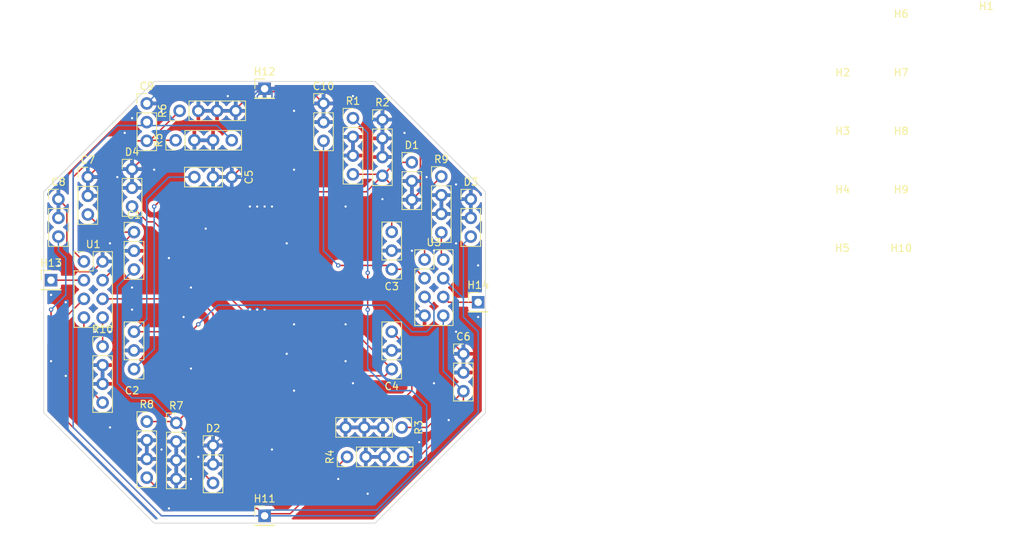
<source format=kicad_pcb>
(kicad_pcb (version 20240108) (generator "pcbnew") (generator_version "8.0")
  (layers (0 "F.Cu" signal) (31 "B.Cu" signal) (34 "B.Paste" user) (35 "F.Paste" user) (36 "B.SilkS" user "B.Silkscreen") (37 "F.SilkS" user "F.Silkscreen") (38 "B.Mask" user) (39 "F.Mask" user) (44 "Edge.Cuts" user))
  (net 0 "")
  (net 1 "GND")
  (net 2 "Net-(D1-K)")
  (net 3 "Net-(D1-A)")
  (footprint "MountingHole:MountingHole_3.2mm_M3" (layer "F.Cu") (at 228.5 43)
    (property "Reference" "H2" (at 0 -4.2 0) (layer "F.SilkS"))
    (property "Value" "MountingHole")
    (pad "" np_thru_hole circle (at 0 0) (size 3.2 3.2) (drill 3.2) (layers "*.Cu" "*.Mask"))
  )
  (footprint "MountingHole:MountingHole_3.2mm_M3" (layer "F.Cu") (at 228.45 66.85)
    (property "Reference" "H5" (at 0 -4.2 0) (layer "F.SilkS"))
    (property "Value" "MountingHole")
    (pad "" np_thru_hole circle (at 0 0) (size 3.2 3.2) (drill 3.2) (layers "*.Cu" "*.Mask"))
  )
  (footprint "Connector_PinHeader_2.54mm:PinHeader_1x04_P2.54mm_Vertical" (layer "F.Cu") (at 138.46 44 90)
    (property "Reference" "R6" (at 0 -2.33 -90) (layer "F.SilkS"))
    (property "Value" "R")
    (pad "1" thru_hole oval (at 0 0 90) (size 1.7 1.7) (drill 1) (layers "*.Cu" "*.Mask") (net 3 "Net-(D1-A)"))
    (pad "2" thru_hole oval (at 0 2.54 90) (size 1.7 1.7) (drill 1) (layers "*.Cu" "*.Mask") (net 1 "GND"))
    (pad "3" thru_hole oval (at 0 5.08 90) (size 1.7 1.7) (drill 1) (layers "*.Cu" "*.Mask") (net 1 "GND"))
    (pad "4" thru_hole oval (at 0 7.62 90) (size 1.7 1.7) (drill 1) (layers "*.Cu" "*.Mask") (net 1 "GND"))
  )
  (footprint "Connector_PinHeader_2.54mm:PinHeader_1x01_P2.54mm_Vertical" (layer "F.Cu") (at 150 41)
    (property "Reference" "H12" (at 0 -2.33 0) (layer "F.SilkS"))
    (property "Value" "MountingHole_Pad")
    (pad "1" thru_hole rect (at 0 0) (size 1.7 1.7) (drill 1) (layers "*.Cu" "*.Mask") (net 1 "GND"))
  )
  (footprint "Connector_PinHeader_2.54mm:PinHeader_1x04_P2.54mm_Vertical" (layer "F.Cu") (at 134 86.2)
    (property "Reference" "R8" (at 0 -2.33 0) (layer "F.SilkS"))
    (property "Value" "R")
    (pad "1" thru_hole oval (at 0 0) (size 1.7 1.7) (drill 1) (layers "*.Cu" "*.Mask") (net 3 "Net-(D1-A)"))
    (pad "2" thru_hole oval (at 0 2.54) (size 1.7 1.7) (drill 1) (layers "*.Cu" "*.Mask") (net 1 "GND"))
    (pad "3" thru_hole oval (at 0 5.08) (size 1.7 1.7) (drill 1) (layers "*.Cu" "*.Mask") (net 1 "GND"))
    (pad "4" thru_hole oval (at 0 7.62) (size 1.7 1.7) (drill 1) (layers "*.Cu" "*.Mask") (net 2 "Net-(D1-K)"))
  )
  (footprint "Connector_PinHeader_2.54mm:PinHeader_1x04_P2.54mm_Vertical" (layer "F.Cu") (at 161.2 91 90)
    (property "Reference" "R4" (at 0 -2.33 -90) (layer "F.SilkS"))
    (property "Value" "R")
    (pad "1" thru_hole oval (at 0 0 90) (size 1.7 1.7) (drill 1) (layers "*.Cu" "*.Mask") (net 3 "Net-(D1-A)"))
    (pad "2" thru_hole oval (at 0 2.54 90) (size 1.7 1.7) (drill 1) (layers "*.Cu" "*.Mask") (net 1 "GND"))
    (pad "3" thru_hole oval (at 0 5.08 90) (size 1.7 1.7) (drill 1) (layers "*.Cu" "*.Mask") (net 1 "GND"))
    (pad "4" thru_hole oval (at 0 7.62 90) (size 1.7 1.7) (drill 1) (layers "*.Cu" "*.Mask") (net 3 "Net-(D1-A)"))
  )
  (footprint "Connector_PinHeader_2.54mm:PinHeader_1x03_P2.54mm_Vertical" (layer "F.Cu") (at 170 51)
    (property "Reference" "D1" (at 0 -2.33 0) (layer "F.SilkS"))
    (property "Value" "D_Photo")
    (pad "1" thru_hole oval (at 0 0) (size 1.7 1.7) (drill 1) (layers "*.Cu" "*.Mask") (net 3 "Net-(D1-A)"))
    (pad "2" thru_hole oval (at 0 2.54) (size 1.7 1.7) (drill 1) (layers "*.Cu" "*.Mask") (net 1 "GND"))
    (pad "3" thru_hole oval (at 0 5.08) (size 1.7 1.7) (drill 1) (layers "*.Cu" "*.Mask") (net 1 "GND"))
  )
  (footprint "MountingHole:MountingHole_3.2mm_M3" (layer "F.Cu") (at 236.45 35.05)
    (property "Reference" "H6" (at 0 -4.2 0) (layer "F.SilkS"))
    (property "Value" "MountingHole")
    (pad "" np_thru_hole circle (at 0 0) (size 3.2 3.2) (drill 3.2) (layers "*.Cu" "*.Mask"))
  )
  (footprint "Connector_PinHeader_2.54mm:PinHeader_1x03_P2.54mm_Vertical" (layer "F.Cu") (at 178 56)
    (property "Reference" "D3" (at 0 -2.33 0) (layer "F.SilkS"))
    (property "Value" "D_Photo")
    (pad "1" thru_hole oval (at 0 0) (size 1.7 1.7) (drill 1) (layers "*.Cu" "*.Mask") (net 1 "GND"))
    (pad "2" thru_hole oval (at 0 2.54) (size 1.7 1.7) (drill 1) (layers "*.Cu" "*.Mask") (net 1 "GND"))
    (pad "3" thru_hole oval (at 0 5.08) (size 1.7 1.7) (drill 1) (layers "*.Cu" "*.Mask") (net 3 "Net-(D1-A)"))
  )
  (footprint "Connector_PinHeader_2.54mm:PinHeader_1x03_P2.54mm_Vertical" (layer "F.Cu") (at 167.265 65.525 180)
    (property "Reference" "C3" (at 0 -2.33 180) (layer "F.SilkS"))
    (property "Value" "C")
    (pad "1" thru_hole oval (at 0 0 180) (size 1.7 1.7) (drill 1) (layers "*.Cu" "*.Mask") (net 3 "Net-(D1-A)"))
    (pad "2" thru_hole oval (at 0 2.54 180) (size 1.7 1.7) (drill 1) (layers "*.Cu" "*.Mask") (net 1 "GND"))
    (pad "3" thru_hole oval (at 0 5.08 180) (size 1.7 1.7) (drill 1) (layers "*.Cu" "*.Mask") (net 3 "Net-(D1-A)"))
  )
  (footprint "Connector_PinHeader_2.54mm:PinHeader_1x04_P2.54mm_Vertical" (layer "F.Cu") (at 128 76)
    (property "Reference" "R10" (at 0 -2.33 0) (layer "F.SilkS"))
    (property "Value" "R")
    (pad "1" thru_hole oval (at 0 0) (size 1.7 1.7) (drill 1) (layers "*.Cu" "*.Mask") (net 3 "Net-(D1-A)"))
    (pad "2" thru_hole oval (at 0 2.54) (size 1.7 1.7) (drill 1) (layers "*.Cu" "*.Mask") (net 1 "GND"))
    (pad "3" thru_hole oval (at 0 5.08) (size 1.7 1.7) (drill 1) (layers "*.Cu" "*.Mask") (net 1 "GND"))
    (pad "4" thru_hole oval (at 0 7.62) (size 1.7 1.7) (drill 1) (layers "*.Cu" "*.Mask") (net 3 "Net-(D1-A)"))
  )
  (footprint "Connector_PinHeader_2.54mm:PinHeader_1x04_P2.54mm_Vertical" (layer "F.Cu") (at 162 45)
    (property "Reference" "R1" (at 0 -2.33 0) (layer "F.SilkS"))
    (property "Value" "R")
    (pad "1" thru_hole oval (at 0 0) (size 1.7 1.7) (drill 1) (layers "*.Cu" "*.Mask") (net 3 "Net-(D1-A)"))
    (pad "2" thru_hole oval (at 0 2.54) (size 1.7 1.7) (drill 1) (layers "*.Cu" "*.Mask") (net 1 "GND"))
    (pad "3" thru_hole oval (at 0 5.08) (size 1.7 1.7) (drill 1) (layers "*.Cu" "*.Mask") (net 1 "GND"))
    (pad "4" thru_hole oval (at 0 7.62) (size 1.7 1.7) (drill 1) (layers "*.Cu" "*.Mask") (net 3 "Net-(D1-A)"))
  )
  (footprint "Connector_PinHeader_2.54mm:PinHeader_2x04_P2.54mm_Vertical" (layer "F.Cu") (at 125.46 64.46)
    (property "Reference" "U1" (at 1.27 -2.33 0) (layer "F.SilkS"))
    (property "Value" "AD623ARZ")
    (pad "1" thru_hole oval (at 0 0) (size 1.7 1.7) (drill 1) (layers "*.Cu" "*.Mask") (net 3 "Net-(D1-A)"))
    (pad "2" thru_hole oval (at 2.54 0) (size 1.7 1.7) (drill 1) (layers "*.Cu" "*.Mask") (net 1 "GND"))
    (pad "3" thru_hole oval (at 0 2.54) (size 1.7 1.7) (drill 1) (layers "*.Cu" "*.Mask") (net 3 "Net-(D1-A)"))
    (pad "4" thru_hole oval (at 2.54 2.54) (size 1.7 1.7) (drill 1) (layers "*.Cu" "*.Mask"))
    (pad "5" thru_hole oval (at 0 5.08) (size 1.7 1.7) (drill 1) (layers "*.Cu" "*.Mask") (net 3 "Net-(D1-A)"))
    (pad "6" thru_hole oval (at 2.54 5.08) (size 1.7 1.7) (drill 1) (layers "*.Cu" "*.Mask") (net 3 "Net-(D1-A)"))
    (pad "7" thru_hole oval (at 0 7.62) (size 1.7 1.7) (drill 1) (layers "*.Cu" "*.Mask") (net 3 "Net-(D1-A)"))
    (pad "8" thru_hole oval (at 2.54 7.62) (size 1.7 1.7) (drill 1) (layers "*.Cu" "*.Mask") (net 3 "Net-(D1-A)"))
  )
  (footprint "MountingHole:MountingHole_3.2mm_M3" (layer "F.Cu") (at 236.45 43)
    (property "Reference" "H7" (at 0 -4.2 0) (layer "F.SilkS"))
    (property "Value" "MountingHole")
    (pad "" np_thru_hole circle (at 0 0) (size 3.2 3.2) (drill 3.2) (layers "*.Cu" "*.Mask"))
  )
  (footprint "MountingHole:MountingHole_3.2mm_M3" (layer "F.Cu") (at 236.45 66.85)
    (property "Reference" "H10" (at 0 -4.2 0) (layer "F.SilkS"))
    (property "Value" "MountingHole")
    (pad "" np_thru_hole circle (at 0 0) (size 3.2 3.2) (drill 3.2) (layers "*.Cu" "*.Mask"))
  )
  (footprint "Connector_PinHeader_2.54mm:PinHeader_1x01_P2.54mm_Vertical" (layer "F.Cu") (at 150 99)
    (property "Reference" "H11" (at 0 -2.33 0) (layer "F.SilkS"))
    (property "Value" "MountingHole_Pad")
    (pad "1" thru_hole rect (at 0 0) (size 1.7 1.7) (drill 1) (layers "*.Cu" "*.Mask") (net 3 "Net-(D1-A)"))
  )
  (footprint "Connector_PinHeader_2.54mm:PinHeader_1x03_P2.54mm_Vertical" (layer "F.Cu") (at 122 56)
    (property "Reference" "C8" (at 0 -2.33 0) (layer "F.SilkS"))
    (property "Value" "C")
    (pad "1" thru_hole oval (at 0 0) (size 1.7 1.7) (drill 1) (layers "*.Cu" "*.Mask") (net 1 "GND"))
    (pad "2" thru_hole oval (at 0 2.54) (size 1.7 1.7) (drill 1) (layers "*.Cu" "*.Mask") (net 1 "GND"))
    (pad "3" thru_hole oval (at 0 5.08) (size 1.7 1.7) (drill 1) (layers "*.Cu" "*.Mask") (net 3 "Net-(D1-A)"))
  )
  (footprint "Connector_PinHeader_2.54mm:PinHeader_1x03_P2.54mm_Vertical" (layer "F.Cu") (at 158 43)
    (property "Reference" "C10" (at 0 -2.33 0) (layer "F.SilkS"))
    (property "Value" "C")
    (pad "1" thru_hole oval (at 0 0) (size 1.7 1.7) (drill 1) (layers "*.Cu" "*.Mask") (net 1 "GND"))
    (pad "2" thru_hole oval (at 0 2.54) (size 1.7 1.7) (drill 1) (layers "*.Cu" "*.Mask") (net 1 "GND"))
    (pad "3" thru_hole oval (at 0 5.08) (size 1.7 1.7) (drill 1) (layers "*.Cu" "*.Mask") (net 3 "Net-(D1-A)"))
  )
  (footprint "MountingHole:MountingHole_3.2mm_M3" (layer "F.Cu") (at 228.5 58.9)
    (property "Reference" "H4" (at 0 -4.2 0) (layer "F.SilkS"))
    (property "Value" "MountingHole")
    (pad "" np_thru_hole circle (at 0 0) (size 3.2 3.2) (drill 3.2) (layers "*.Cu" "*.Mask"))
  )
  (footprint "Connector_PinHeader_2.54mm:PinHeader_1x04_P2.54mm_Vertical" (layer "F.Cu") (at 174 52.92)
    (property "Reference" "R9" (at 0 -2.33 0) (layer "F.SilkS"))
    (property "Value" "R")
    (pad "1" thru_hole oval (at 0 0) (size 1.7 1.7) (drill 1) (layers "*.Cu" "*.Mask") (net 3 "Net-(D1-A)"))
    (pad "2" thru_hole oval (at 0 2.54) (size 1.7 1.7) (drill 1) (layers "*.Cu" "*.Mask") (net 1 "GND"))
    (pad "3" thru_hole oval (at 0 5.08) (size 1.7 1.7) (drill 1) (layers "*.Cu" "*.Mask") (net 1 "GND"))
    (pad "4" thru_hole oval (at 0 7.62) (size 1.7 1.7) (drill 1) (layers "*.Cu" "*.Mask") (net 3 "Net-(D1-A)"))
  )
  (footprint "MountingHole:MountingHole_3.2mm_M3" (layer "F.Cu") (at 236.45 50.95)
    (property "Reference" "H8" (at 0 -4.2 0) (layer "F.SilkS"))
    (property "Value" "MountingHole")
    (pad "" np_thru_hole circle (at 0 0) (size 3.2 3.2) (drill 3.2) (layers "*.Cu" "*.Mask"))
  )
  (footprint "MountingHole:MountingHole_3.2mm_M3" (layer "F.Cu") (at 236.45 58.9)
    (property "Reference" "H9" (at 0 -4.2 0) (layer "F.SilkS"))
    (property "Value" "MountingHole")
    (pad "" np_thru_hole circle (at 0 0) (size 3.2 3.2) (drill 3.2) (layers "*.Cu" "*.Mask"))
  )
  (footprint "Connector_PinHeader_2.54mm:PinHeader_1x03_P2.54mm_Vertical" (layer "F.Cu") (at 134 43)
    (property "Reference" "C9" (at 0 -2.33 0) (layer "F.SilkS"))
    (property "Value" "C")
    (pad "1" thru_hole oval (at 0 0) (size 1.7 1.7) (drill 1) (layers "*.Cu" "*.Mask") (net 1 "GND"))
    (pad "2" thru_hole oval (at 0 2.54) (size 1.7 1.7) (drill 1) (layers "*.Cu" "*.Mask") (net 3 "Net-(D1-A)"))
    (pad "3" thru_hole oval (at 0 5.08) (size 1.7 1.7) (drill 1) (layers "*.Cu" "*.Mask") (net 3 "Net-(D1-A)"))
  )
  (footprint "Connector_PinHeader_2.54mm:PinHeader_1x03_P2.54mm_Vertical" (layer "F.Cu") (at 126 53)
    (property "Reference" "C7" (at 0 -2.33 0) (layer "F.SilkS"))
    (property "Value" "C")
    (pad "1" thru_hole oval (at 0 0) (size 1.7 1.7) (drill 1) (layers "*.Cu" "*.Mask") (net 1 "GND"))
    (pad "2" thru_hole oval (at 0 2.54) (size 1.7 1.7) (drill 1) (layers "*.Cu" "*.Mask") (net 1 "GND"))
    (pad "3" thru_hole oval (at 0 5.08) (size 1.7 1.7) (drill 1) (layers "*.Cu" "*.Mask") (net 3 "Net-(D1-A)"))
  )
  (footprint "Connector_PinHeader_2.54mm:PinHeader_1x01_P2.54mm_Vertical" (layer "F.Cu") (at 121 67)
    (property "Reference" "H13" (at 0 -2.33 0) (layer "F.SilkS"))
    (property "Value" "MountingHole_Pad")
    (pad "1" thru_hole rect (at 0 0) (size 1.7 1.7) (drill 1) (layers "*.Cu" "*.Mask") (net 3 "Net-(D1-A)"))
  )
  (footprint "Connector_PinHeader_2.54mm:PinHeader_1x03_P2.54mm_Vertical" (layer "F.Cu") (at 143 89.46)
    (property "Reference" "D2" (at 0 -2.33 0) (layer "F.SilkS"))
    (property "Value" "D_Photo")
    (pad "1" thru_hole oval (at 0 0) (size 1.7 1.7) (drill 1) (layers "*.Cu" "*.Mask") (net 1 "GND"))
    (pad "2" thru_hole oval (at 0 2.54) (size 1.7 1.7) (drill 1) (layers "*.Cu" "*.Mask") (net 1 "GND"))
    (pad "3" thru_hole oval (at 0 5.08) (size 1.7 1.7) (drill 1) (layers "*.Cu" "*.Mask") (net 3 "Net-(D1-A)"))
  )
  (footprint "Connector_PinHeader_2.54mm:PinHeader_1x03_P2.54mm_Vertical" (layer "F.Cu") (at 167.265 79.08 180)
    (property "Reference" "C4" (at 0 -2.33 180) (layer "F.SilkS"))
    (property "Value" "C")
    (pad "1" thru_hole oval (at 0 0 180) (size 1.7 1.7) (drill 1) (layers "*.Cu" "*.Mask") (net 3 "Net-(D1-A)"))
    (pad "2" thru_hole oval (at 0 2.54 180) (size 1.7 1.7) (drill 1) (layers "*.Cu" "*.Mask") (net 1 "GND"))
    (pad "3" thru_hole oval (at 0 5.08 180) (size 1.7 1.7) (drill 1) (layers "*.Cu" "*.Mask") (net 3 "Net-(D1-A)"))
  )
  (footprint "Connector_PinHeader_2.54mm:PinHeader_1x04_P2.54mm_Vertical" (layer "F.Cu") (at 168.62 87 -90)
    (property "Reference" "R3" (at 0 -2.33 90) (layer "F.SilkS"))
    (property "Value" "R" (hide yes))
    (pad "1" thru_hole oval (at 0 0 270) (size 1.7 1.7) (drill 1) (layers "*.Cu" "*.Mask") (net 3 "Net-(D1-A)"))
    (pad "2" thru_hole oval (at 0 2.54 270) (size 1.7 1.7) (drill 1) (layers "*.Cu" "*.Mask") (net 1 "GND"))
    (pad "3" thru_hole oval (at 0 5.08 270) (size 1.7 1.7) (drill 1) (layers "*.Cu" "*.Mask") (net 1 "GND"))
    (pad "4" thru_hole oval (at 0 7.62 270) (size 1.7 1.7) (drill 1) (layers "*.Cu" "*.Mask") (net 1 "GND"))
  )
  (footprint "Connector_PinHeader_2.54mm:PinHeader_1x03_P2.54mm_Vertical" (layer "F.Cu") (at 177 77)
    (property "Reference" "C6" (at 0 -2.33 0) (layer "F.SilkS"))
    (property "Value" "C")
    (pad "1" thru_hole oval (at 0 0) (size 1.7 1.7) (drill 1) (layers "*.Cu" "*.Mask") (net 1 "GND"))
    (pad "2" thru_hole oval (at 0 2.54) (size 1.7 1.7) (drill 1) (layers "*.Cu" "*.Mask") (net 1 "GND"))
    (pad "3" thru_hole oval (at 0 5.08) (size 1.7 1.7) (drill 1) (layers "*.Cu" "*.Mask") (net 3 "Net-(D1-A)"))
  )
  (footprint "Connector_PinHeader_2.54mm:PinHeader_1x01_P2.54mm_Vertical" (layer "F.Cu") (at 179 70)
    (property "Reference" "H14" (at 0 -2.33 0) (layer "F.SilkS"))
    (property "Value" "MountingHole_Pad")
    (pad "1" thru_hole rect (at 0 0) (size 1.7 1.7) (drill 1) (layers "*.Cu" "*.Mask") (net 3 "Net-(D1-A)"))
  )
  (footprint "Connector_PinHeader_2.54mm:PinHeader_2x04_P2.54mm_Vertical" (layer "F.Cu") (at 171.725 64.2)
    (property "Reference" "U3" (at 1.27 -2.33 0) (layer "F.SilkS"))
    (property "Value" "AD623ARZ")
    (pad "1" thru_hole oval (at 0 0) (size 1.7 1.7) (drill 1) (layers "*.Cu" "*.Mask") (net 3 "Net-(D1-A)"))
    (pad "2" thru_hole oval (at 2.54 0) (size 1.7 1.7) (drill 1) (layers "*.Cu" "*.Mask") (net 3 "Net-(D1-A)"))
    (pad "3" thru_hole oval (at 0 2.54) (size 1.7 1.7) (drill 1) (layers "*.Cu" "*.Mask") (net 3 "Net-(D1-A)"))
    (pad "4" thru_hole oval (at 2.54 2.54) (size 1.7 1.7) (drill 1) (layers "*.Cu" "*.Mask") (net 3 "Net-(D1-A)"))
    (pad "5" thru_hole oval (at 0 5.08) (size 1.7 1.7) (drill 1) (layers "*.Cu" "*.Mask") (net 3 "Net-(D1-A)"))
    (pad "6" thru_hole oval (at 2.54 5.08) (size 1.7 1.7) (drill 1) (layers "*.Cu" "*.Mask") (net 3 "Net-(D1-A)"))
    (pad "7" thru_hole oval (at 0 7.62) (size 1.7 1.7) (drill 1) (layers "*.Cu" "*.Mask") (net 1 "GND"))
    (pad "8" thru_hole oval (at 2.54 7.62) (size 1.7 1.7) (drill 1) (layers "*.Cu" "*.Mask") (net 3 "Net-(D1-A)"))
  )
  (footprint "Connector_PinHeader_2.54mm:PinHeader_1x04_P2.54mm_Vertical" (layer "F.Cu") (at 137.92 48 90)
    (property "Reference" "R5" (at 0 -2.33 -90) (layer "F.SilkS"))
    (property "Value" "R")
    (pad "1" thru_hole oval (at 0 0 90) (size 1.7 1.7) (drill 1) (layers "*.Cu" "*.Mask") (net 3 "Net-(D1-A)"))
    (pad "2" thru_hole oval (at 0 2.54 90) (size 1.7 1.7) (drill 1) (layers "*.Cu" "*.Mask") (net 1 "GND"))
    (pad "3" thru_hole oval (at 0 5.08 90) (size 1.7 1.7) (drill 1) (layers "*.Cu" "*.Mask") (net 1 "GND"))
    (pad "4" thru_hole oval (at 0 7.62 90) (size 1.7 1.7) (drill 1) (layers "*.Cu" "*.Mask") (net 3 "Net-(D1-A)"))
  )
  (footprint "Connector_PinHeader_2.54mm:PinHeader_1x04_P2.54mm_Vertical" (layer "F.Cu") (at 138 86.38)
    (property "Reference" "R7" (at 0 -2.33 0) (layer "F.SilkS"))
    (property "Value" "R")
    (pad "1" thru_hole oval (at 0 0) (size 1.7 1.7) (drill 1) (layers "*.Cu" "*.Mask" "B.Paste") (net 3 "Net-(D1-A)"))
    (pad "2" thru_hole oval (at 0 2.54) (size 1.7 1.7) (drill 1) (layers "*.Cu" "*.Mask") (net 1 "GND"))
    (pad "3" thru_hole oval (at 0 5.08) (size 1.7 1.7) (drill 1) (layers "*.Cu" "*.Mask") (net 1 "GND"))
    (pad "4" thru_hole oval (at 0 7.62) (size 1.7 1.7) (drill 1) (layers "*.Cu" "*.Mask") (net 1 "GND"))
  )
  (footprint "Connector_PinHeader_2.54mm:PinHeader_1x04_P2.54mm_Vertical" (layer "F.Cu") (at 166 45.2)
    (property "Reference" "R2" (at 0 -2.33 0) (layer "F.SilkS"))
    (property "Value" "R")
    (pad "1" thru_hole oval (at 0 0) (size 1.7 1.7) (drill 1) (layers "*.Cu" "*.Mask") (net 1 "GND"))
    (pad "2" thru_hole oval (at 0 2.54) (size 1.7 1.7) (drill 1) (layers "*.Cu" "*.Mask") (net 1 "GND"))
    (pad "3" thru_hole oval (at 0 5.08) (size 1.7 1.7) (drill 1) (layers "*.Cu" "*.Mask") (net 1 "GND"))
    (pad "4" thru_hole oval (at 0 7.62) (size 1.7 1.7) (drill 1) (layers "*.Cu" "*.Mask") (net 3 "Net-(D1-A)"))
  )
  (footprint "MountingHole:MountingHole_3.2mm_M3" (layer "F.Cu") (at 248 34)
    (property "Reference" "H1" (at 0 -4.2 0) (layer "F.SilkS"))
    (property "Value" "MountingHole")
    (pad "" np_thru_hole circle (at 0 0) (size 3.2 3.2) (drill 3.2) (layers "F&B.Cu" "*.Mask"))
  )
  (footprint "Connector_PinHeader_2.54mm:PinHeader_1x03_P2.54mm_Vertical" (layer "F.Cu") (at 145.54 53 -90)
    (property "Reference" "C5" (at 0 -2.33 90) (layer "F.SilkS"))
    (property "Value" "C" (hide yes))
    (pad "1" thru_hole oval (at 0 0 270) (size 1.7 1.7) (drill 1) (layers "*.Cu" "*.Mask") (net 1 "GND"))
    (pad "2" thru_hole oval (at 0 2.54 270) (size 1.7 1.7) (drill 1) (layers "*.Cu" "*.Mask") (net 1 "GND"))
    (pad "3" thru_hole oval (at 0 5.08 270) (size 1.7 1.7) (drill 1) (layers "*.Cu" "*.Mask") (net 3 "Net-(D1-A)"))
  )
  (footprint "Connector_PinHeader_2.54mm:PinHeader_1x03_P2.54mm_Vertical" (layer "F.Cu") (at 132.265 60.475)
    (property "Reference" "C1" (at 0 -2.33 0) (layer "F.SilkS"))
    (property "Value" "C")
    (pad "1" thru_hole oval (at 0 0) (size 1.7 1.7) (drill 1) (layers "*.Cu" "*.Mask") (net 3 "Net-(D1-A)"))
    (pad "2" thru_hole oval (at 0 2.54) (size 1.7 1.7) (drill 1) (layers "*.Cu" "*.Mask") (net 1 "GND"))
    (pad "3" thru_hole oval (at 0 5.08) (size 1.7 1.7) (drill 1) (layers "*.Cu" "*.Mask") (net 3 "Net-(D1-A)"))
  )
  (footprint "MountingHole:MountingHole_3.2mm_M3" (layer "F.Cu") (at 228.5 50.95)
    (property "Reference" "H3" (at 0 -4.2 0) (layer "F.SilkS"))
    (property "Value" "MountingHole")
    (pad "" np_thru_hole circle (at 0 0) (size 3.2 3.2) (drill 3.2) (layers "*.Cu" "*.Mask"))
  )
  (footprint "Connector_PinHeader_2.54mm:PinHeader_1x03_P2.54mm_Vertical" (layer "F.Cu") (at 132 51.92)
    (property "Reference" "D4" (at 0 -2.33 0) (layer "F.SilkS"))
    (property "Value" "D_Photo")
    (pad "1" thru_hole oval (at 0 0) (size 1.7 1.7) (drill 1) (layers "*.Cu" "*.Mask") (net 1 "GND"))
    (pad "2" thru_hole oval (at 0 2.54) (size 1.7 1.7) (drill 1) (layers "*.Cu" "*.Mask") (net 1 "GND"))
    (pad "3" thru_hole oval (at 0 5.08) (size 1.7 1.7) (drill 1) (layers "*.Cu" "*.Mask") (net 3 "Net-(D1-A)"))
  )
  (footprint "Connector_PinHeader_2.54mm:PinHeader_1x03_P2.54mm_Vertical" (layer "F.Cu") (at 132.265 79.08 180)
    (property "Reference" "C2" (at 0.265 -2.92 180) (layer "F.SilkS"))
    (property "Value" "C")
    (pad "1" thru_hole oval (at 0 0 180) (size 1.7 1.7) (drill 1) (layers "*.Cu" "*.Mask") (net 3 "Net-(D1-A)"))
    (pad "2" thru_hole oval (at 0 2.54 180) (size 1.7 1.7) (drill 1) (layers "*.Cu" "*.Mask") (net 1 "GND"))
    (pad "3" thru_hole oval (at 0 5.08 180) (size 1.7 1.7) (drill 1) (layers "*.Cu" "*.Mask") (net 3 "Net-(D1-A)"))
  )
  (gr_line (start 180 85) (end 165 100) (stroke (width 0.1)) (layer "Edge.Cuts"))
  (gr_line (start 165 100) (end 135 100) (stroke (width 0.1)) (layer "Edge.Cuts"))
  (gr_line (start 120 55) (end 135 40) (stroke (width 0.1)) (layer "Edge.Cuts"))
  (gr_line (start 120 85) (end 120 55) (stroke (width 0.1)) (layer "Edge.Cuts"))
  (gr_line (start 165 40) (end 180 55) (stroke (width 0.1)) (layer "Edge.Cuts"))
  (gr_line (start 180 55) (end 180 85) (stroke (width 0.1)) (layer "Edge.Cuts"))
  (gr_line (start 135 100) (end 120 85) (stroke (width 0.1)) (layer "Edge.Cuts"))
  (gr_line (start 135 40) (end 165 40) (stroke (width 0.1)) (layer "Edge.Cuts"))
  (via (at 164 71) (size 0.6) (drill 0.3) (layers "F.Cu" "B.Cu") (net 0))
  (via (at 164 66) (size 0.6) (drill 0.3) (layers "F.Cu" "B.Cu") (net 0))
  (via (at 121 71) (size 0.6) (drill 0.3) (layers "F.Cu" "B.Cu") (net 0))
  (segment (start 158 43) (end 156.4 41.4) (width 0.2) (layer "F.Cu") (net 1))
  (segment (start 149 42) (end 150 41) (width 0.2) (layer "F.Cu") (net 1))
  (segment (start 161.2 87.365686) (end 161.282843 87.282843) (width 0.2) (layer "F.Cu") (net 1))
  (segment (start 164 41) (end 150.565685 41) (width 0.2) (layer "F.Cu") (net 1))
  (segment (start 169 72) (end 171 74) (width 0.2) (layer "F.Cu") (net 1))
  (segment (start 174 74) (end 177 77) (width 0.2) (layer "F.Cu") (net 1))
  (segment (start 150 48.54) (end 150 41.565685) (width 0.2) (layer "F.Cu") (net 1))
  (segment (start 146.08 43.788628) (end 149.434314 40.434314) (width 0.2) (layer "F.Cu") (net 1))
  (segment (start 166 45.2) (end 166 43) (width 0.2) (layer "F.Cu") (net 1))
  (segment (start 150.565685 41) (end 150.282842 40.717157) (width 0.2) (layer "F.Cu") (net 1))
  (segment (start 151 57) (end 151 71) (width 0.2) (layer "F.Cu") (net 1))
  (segment (start 146 51) (end 149 48) (width 0.2) (layer "F.Cu") (net 1))
  (segment (start 146.08 44) (end 146.08 43.788628) (width 0.2) (layer "F.Cu") (net 1))
  (segment (start 148 48) (end 146 50) (width 0.2) (layer "F.Cu") (net 1))
  (segment (start 171.15 47.15) (end 165 41) (width 0.2) (layer "F.Cu") (net 1))
  (segment (start 148 57) (end 148 71) (width 0.2) (layer "F.Cu") (net 1))
  (segment (start 123.15 57.15) (end 123.15 64.15) (width 0.2) (layer "F.Cu") (net 1))
  (segment (start 126.15 65.85) (end 126.54 65.46) (width 0.2) (layer "F.Cu") (net 1))
  (segment (start 126 53) (end 129 50) (width 0.2) (layer "F.Cu") (net 1))
  (segment (start 171.15 54.93) (end 171.15 47.15) (width 0.2) (layer "F.Cu") (net 1))
  (segment (start 148 42.434314) (end 148 48) (width 0.2) (layer "F.Cu") (net 1))
  (segment (start 171 74) (end 174 74) (width 0.2) (layer "F.Cu") (net 1))
  (segment (start 146 50) (end 129 50) (width 0.2) (layer "F.Cu") (net 1))
  (segment (start 123.15 64.15) (end 124.85 65.85) (width 0.2) (layer "F.Cu") (net 1))
  (segment (start 151 71) (end 152 72) (width 0.2) (layer "F.Cu") (net 1))
  (segment (start 127 65.46) (end 128 64.46) (width 0.2) (layer "F.Cu") (net 1))
  (segment (start 165 41) (end 150 41) (width 0.2) (layer "F.Cu") (net 1))
  (segment (start 149.717157 40.717157) (end 148 42.434314) (width 0.2) (layer "F.Cu") (net 1))
  (segment (start 126.54 65.46) (end 127 65.46) (width 0.2) (layer "F.Cu") (net 1))
  (segment (start 122 56) (end 123.15 57.15) (width 0.2) (layer "F.Cu") (net 1))
  (segment (start 166 43) (end 164 41) (width 0.2) (layer "F.Cu") (net 1))
  (segment (start 149 48) (end 149 42) (width 0.2) (layer "F.Cu") (net 1))
  (segment (start 156.4 41.4) (end 150.682843 41.4) (width 0.2) (layer "F.Cu") (net 1))
  (segment (start 149 57) (end 149 71) (width 0.2) (layer "F.Cu") (net 1))
  (segment (start 150 41.565685) (end 150.282843 41.282842) (width 0.2) (layer "F.Cu") (net 1))
  (segment (start 124.85 65.85) (end 126.15 65.85) (width 0.2) (layer "F.Cu") (net 1))
  (segment (start 145.54 53) (end 150 48.54) (width 0.2) (layer "F.Cu") (net 1))
  (segment (start 132 51.92) (end 132.92 51) (width 0.2) (layer "F.Cu") (net 1))
  (segment (start 152 72) (end 169 72) (width 0.2) (layer "F.Cu") (net 1))
  (segment (start 170 56.08) (end 171.15 54.93) (width 0.2) (layer "F.Cu") (net 1))
  (segment (start 150 57) (end 150 71) (width 0.2) (layer "F.Cu") (net 1))
  (segment (start 132.92 51) (end 146 51) (width 0.2) (layer "F.Cu") (net 1))
  (via (at 161 78) (size 0.6) (drill 0.3) (layers "F.Cu" "B.Cu") (net 1))
  (via (at 129 87) (size 0.6) (drill 0.3) (layers "F.Cu" "B.Cu") (net 1))
  (via (at 154 82) (size 0.6) (drill 0.3) (layers "F.Cu" "B.Cu") (net 1))
  (via (at 137 98) (size 0.6) (drill 0.3) (layers "F.Cu" "B.Cu") (net 1))
  (via (at 123 70) (size 0.6) (drill 0.3) (layers "F.Cu" "B.Cu") (net 1))
  (via (at 173 81) (size 0.6) (drill 0.3) (layers "F.Cu" "B.Cu") (net 1))
  (via (at 142 60) (size 0.6) (drill 0.3) (layers "F.Cu" "B.Cu") (net 1))
  (via (at 136 44) (size 0.6) (drill 0.3) (layers "F.Cu" "B.Cu") (net 1))
  (via (at 123 80) (size 0.6) (drill 0.3) (layers "F.Cu" "B.Cu") (net 1))
  (via (at 153 62) (size 0.6) (drill 0.3) (layers "F.Cu" "B.Cu") (net 1))
  (via (at 166 56) (size 0.6) (drill 0.3) (layers "F.Cu" "B.Cu") (net 1))
  (via (at 161 57) (size 0.6) (drill 0.3) (layers "F.Cu" "B.Cu") (net 1))
  (via (at 176 74) (size 0.6) (drill 0.3) (layers "F.Cu" "B.Cu") (net 1))
  (via (at 130 53) (size 0.6) (drill 0.3) (layers "F.Cu" "B.Cu") (net 1))
  (via (at 150 71) (size 0.6) (drill 0.3) (layers "F.Cu" "B.Cu") (net 1))
  (via (at 179 72) (size 0.6) (drill 0.3) (layers "F.Cu" "B.Cu") (net 1))
  (via (at 149 57) (size 0.6) (drill 0.3) (layers "F.Cu" "B.Cu") (net 1))
  (via (at 149 71) (size 0.6) (drill 0.3) (layers "F.Cu" "B.Cu") (net 1))
  (via (at 129 62) (size 0.6) (drill 0.3) (layers "F.Cu" "B.Cu") (net 1))
  (via (at 175 86) (size 0.6) (drill 0.3) (layers "F.Cu" "B.Cu") (net 1))
  (via (at 141 91) (size 0.6) (drill 0.3) (layers "F.Cu" "B.Cu") (net 1))
  (via (at 139 72) (size 0.6) (drill 0.3) (layers "F.Cu" "B.Cu") (net 1))
  (via (at 121 78) (size 0.6) (drill 0.3) (layers "F.Cu" "B.Cu") (net 1))
  (via (at 179 65) (size 0.6) (drill 0.3) (layers "F.Cu" "B.Cu") (net 1))
  (via (at 132 45) (size 0.6) (drill 0.3) (layers "F.Cu" "B.Cu") (net 1))
  (via (at 169 47) (size 0.6) (drill 0.3) (layers "F.Cu" "B.Cu") (net 1))
  (via (at 148 57) (size 0.6) (drill 0.3) (layers "F.Cu" "B.Cu") (net 1))
  (via (at 132 68) (size 0.6) (drill 0.3) (layers "F.Cu" "B.Cu") (net 1))
  (via (at 154 44) (size 0.6) (drill 0.3) (layers "F.Cu" "B.Cu") (net 1))
  (via (at 153 77) (size 0.6) (drill 0.3) (layers "F.Cu" "B.Cu") (net 1))
  (via (at 173 63) (size 0.6) (drill 0.3) (layers "F.Cu" "B.Cu") (net 1))
  (via (at 151 90) (size 0.6) (drill 0.3) (layers "F.Cu" "B.Cu") (net 1))
  (via (at 121 69) (size 0.6) (drill 0.3) (layers "F.Cu" "B.Cu") (net 1))
  (via (at 151 57) (size 0.6) (drill 0.3) (layers "F.Cu" "B.Cu") (net 1))
  (via (at 140 94) (size 0.6) (drill 0.3) (layers "F.Cu" "B.Cu") (net 1))
  (via (at 136 90) (size 0.6) (drill 0.3) (layers "F.Cu" "B.Cu") (net 1))
  (via (at 145 42) (size 0.6) (drill 0.3) (layers "F.Cu" "B.Cu") (net 1))
  (via (at 129 74) (size 0.6) (drill 0.3) (layers "F.Cu" "B.Cu") (net 1))
  (via (at 135 52) (size 0.6) (drill 0.3) (layers "F.Cu" "B.Cu") (net 1))
  (via (at 171 89) (size 0.6) (drill 0.3) (layers "F.Cu" "B.Cu") (net 1))
  (via (at 154 73) (size 0.6) (drill 0.3) (layers "F.Cu" "B.Cu") (net 1))
  (via (at 127 74) (size 0.6) (drill 0.3) (layers "F.Cu" "B.Cu") (net 1))
  (via (at 160 94) (size 0.6) (drill 0.3) (layers "F.Cu" "B.Cu") (net 1))
  (via (at 162 42) (size 0.6) (drill 0.3) (layers "F.Cu" "B.Cu") (net 1))
  (via (at 176 54) (size 0.6) (drill 0.3) (layers "F.Cu" "B.Cu") (net 1))
  (via (at 176 62) (size 0.6) (drill 0.3) (layers "F.Cu" "B.Cu") (net 1))
  (via (at 140 79) (size 0.6) (drill 0.3) (layers "F.Cu" "B.Cu") (net 1))
  (via (at 172 53) (size 0.6) (drill 0.3) (layers "F.Cu" "B.Cu") (net 1))
  (via (at 132 71) (size 0.6) (drill 0.3) (layers "F.Cu" "B.Cu") (net 1))
  (via (at 140 68) (size 0.6) (drill 0.3) (layers "F.Cu" "B.Cu") (net 1))
  (via (at 122 65) (size 0.6) (drill 0.3) (layers "F.Cu" "B.Cu") (net 1))
  (via (at 131 47) (size 0.6) (drill 0.3) (layers "F.Cu" "B.Cu") (net 1))
  (via (at 161 73) (size 0.6) (drill 0.3) (layers "F.Cu" "B.Cu") (net 1))
  (via (at 150 57) (size 0.6) (drill 0.3) (layers "F.Cu" "B.Cu") (net 1))
  (via (at 162 81) (size 0.6) (drill 0.3) (layers "F.Cu" "B.Cu") (net 1))
  (via (at 170 63) (size 0.6) (drill 0.3) (layers "F.Cu" "B.Cu") (net 1))
  (via (at 154 52) (size 0.6) (drill 0.3) (layers "F.Cu" "B.Cu") (net 1))
  (via (at 164 96) (size 0.6) (drill 0.3) (layers "F.Cu" "B.Cu") (net 1))
  (via (at 137 64) (size 0.6) (drill 0.3) (layers "F.Cu" "B.Cu") (net 1))
  (via (at 148 71) (size 0.6) (drill 0.3) (layers "F.Cu" "B.Cu") (net 1))
  (segment (start 169.5 45.5) (end 168 44) (width 0.2) (layer "B.Cu") (net 1))
  (segment (start 148 42.434315) (end 148.717157 41.717157) (width 0.2) (layer "B.Cu") (net 1))
  (segment (start 169 69) (end 169 59) (width 0.2) (layer "B.Cu") (net 1))
  (segment (start 147.6 42.268629) (end 147.6 49.4) (width 0.2) (layer "B.Cu") (net 1))
  (segment (start 137 51) (end 136 50) (width 0.2) (layer "B.Cu") (net 1))
  (segment (start 148.85 41.018629) (end 147.6 42.268629) (width 0.2) (layer "B.Cu") (net 1))
  (segment (start 149 57) (end 149 42) (width 0.2) (layer "B.Cu") (net 1))
  (segment (start 138 94) (end 138 96) (width 0.2) (layer "B.Cu") (net 1))
  (segment (start 146 51) (end 137 51) (width 0.2) (layer "B.Cu") (net 1))
  (segment (start 143 89.46) (end 148 84.46) (width 0.2) (layer "B.Cu") (net 1))
  (segment (start 151 57) (end 151 41.434315) (width 0.2) (layer "B.Cu") (net 1))
  (segment (start 128 52) (end 128 64.46) (width 0.2) (layer "B.Cu") (net 1))
  (segment (start 148.717157 41.717157) (end 149.034314 41.4) (width 0.2) (layer "B.Cu") (net 1))
  (segment (start 130 50) (end 128 52) (width 0.2) (layer "B.Cu") (net 1))
  (segment (start 148.85 41.018629) (end 148.850001 41.018629) (width 0.2) (layer "B.Cu") (net 1))
  (segment (start 178 54) (end 169.5 45.5) (width 0.2) (layer "B.Cu") (net 1))
  (segment (start 165 41) (end 150 41) (width 0.2) (layer "B.Cu") (net 1))
  (segment (start 146 97) (end 149 94) (width 0.2) (layer "B.Cu") (net 1))
  (segment (start 178 56) (end 178 54) (width 0.2) (layer "B.Cu") (net 1))
  (segment (start 170 70) (end 169 69) (width 0.2) (layer "B.Cu") (net 1))
  (segment (start 161 87) (end 152 87) (width 0.2) (layer "B.Cu") (net 1))
  (segment (start 139 97) (end 146 97) (width 0.2) (layer "B.Cu") (net 1))
  (segment (start 165 41) (end 168 44) (width 0.2) (layer "B.Cu") (net 1))
  (segment (start 149 94) (end 149 71) (width 0.2) (layer "B.Cu") (net 1))
  (segment (start 147.6 49.4) (end 146 51) (width 0.2) (layer "B.Cu") (net 1))
  (segment (start 171.725 71.82) (end 170 70.095) (width 0.2) (layer "B.Cu") (net 1))
  (segment (start 152 87) (end 150 85) (width 0.2) (layer "B.Cu") (net 1))
  (segment (start 168 58) (end 168 44) (width 0.2) (layer "B.Cu") (net 1))
  (segment (start 148 84.46) (end 148 71) (width 0.2) (layer "B.Cu") (net 1))
  (segment (start 149.882842 40.551471) (end 149.882842 40.6) (width 0.2) (layer "B.Cu") (net 1))
  (segment (start 138 96) (end 139 97) (width 0.2) (layer "B.Cu") (net 1))
  (segment (start 148.850001 41.018629) (end 148.86863 41) (width 0.2) (layer "B.Cu") (net 1))
  (segment (start 170 70.095) (end 170 70) (width 0.2) (layer "B.Cu") (net 1))
  (segment (start 169 59) (end 168 58) (width 0.2) (layer "B.Cu") (net 1))
  (segment (start 150.117156 40.317157) (end 149.882842 40.551471) (width 0.2) (layer "B.Cu") (net 1))
  (segment (start 151 41.434315) (end 150.282842 40.717157) (width 0.2) (layer "B.Cu") (net 1))
  (segment (start 148.86863 41) (end 150 41) (width 0.2) (layer "B.Cu") (net 1))
  (segment (start 148.717157 41.717157) (end 149.034315 41.4) (width 0.2) (layer "B.Cu") (net 1))
  (segment (start 150 41.565685) (end 150.282843 41.282842) (width 0.2) (layer "B.Cu") (net 1))
  (segment (start 170 46) (end 169.5 45.5) (width 0.2) (layer "B.Cu") (net 1))
  (segment (start 149 42) (end 149.6 41.4) (width 0.2) (layer "B.Cu") (net 1))
  (segment (start 136 50) (end 130 50) (width 0.2) (layer "B.Cu") (net 1))
  (segment (start 150 57) (end 150 41.565685) (width 0.2) (layer "B.Cu") (net 1))
  (segment (start 148 57) (end 148 42.434315) (width 0.2) (layer "B.Cu") (net 1))
  (segment (start 148.85 41.018629) (end 148.85 41) (width 0.2) (layer "B.Cu") (net 1))
  (segment (start 150 85) (end 150 71) (width 0.2) (layer "B.Cu") (net 1))
  (segment (start 134 43) (end 136.4 40.6) (width 0.2) (layer "B.Cu") (net 1))
  (segment (start 136.4 40.6) (end 149.482842 40.6) (width 0.2) (layer "B.Cu") (net 1))
  (segment (start 122 85) (end 122 76) (width 0.2) (layer "F.Cu") (net 2))
  (segment (start 164 66) (end 164 71) (width 0.2) (layer "F.Cu") (net 2))
  (segment (start 122 76) (end 121 75) (width 0.2) (layer "F.Cu") (net 2))
  (segment (start 161.2 91) (end 153.482843 98.717157) (width 0.2) (layer "F.Cu") (net 2))
  (segment (start 134 93.82) (end 138.18 98) (width 0.2) (layer "F.Cu") (net 2))
  (segment (start 150 99) (end 136 99) (width 0.2) (layer "F.Cu") (net 2))
  (segment (start 153.482843 98.717157) (end 150.282842 98.717157) (width 0.2) (layer "F.Cu") (net 2))
  (segment (start 149 98) (end 149.6 98.6) (width 0.2) (layer "F.Cu") (net 2))
  (segment (start 136 99) (end 122 85) (width 0.2) (layer "F.Cu") (net 2))
  (segment (start 121 75) (end 121 71) (width 0.2) (layer "F.Cu") (net 2))
  (segment (start 122 73) (end 125.46 69.54) (width 0.2) (layer "F.Cu") (net 2))
  (segment (start 138.18 98) (end 149 98) (width 0.2) (layer "F.Cu") (net 2))
  (segment (start 122 76) (end 122 73) (width 0.2) (layer "F.Cu") (net 2))
  (segment (start 177 62.08) (end 177 69.475) (width 0.2) (layer "B.Cu") (net 2))
  (segment (start 178 61.08) (end 177 62.08) (width 0.2) (layer "B.Cu") (net 2))
  (segment (start 164 71) (end 164 79) (width 0.2) (layer "B.Cu") (net 2))
  (segment (start 143.54 46) (end 130 46) (width 0.2) (layer "B.Cu") (net 2))
  (segment (start 162 45) (end 164 47) (width 0.2) (layer "B.Cu") (net 2))
  (segment (start 145.54 48) (end 143.54 46) (width 0.2) (layer "B.Cu") (net 2))
  (segment (start 177 72) (end 179 74) (width 0.2) (layer "B.Cu") (net 2))
  (segment (start 150.217158 98.217157) (end 149.717157 98.717158) (width 0.2) (layer "B.Cu") (net 2))
  (segment (start 130 46) (end 124 52) (width 0.2) (layer "B.Cu") (net 2))
  (segment (start 167 82) (end 170 82) (width 0.2) (layer "B.Cu") (net 2))
  (segment (start 165.217157 98.217157) (end 150.217158 98.217157) (width 0.2) (layer "B.Cu") (net 2))
  (segment (start 123 64) (end 122 63) (width 0.2) (layer "B.Cu") (net 2))
  (segment (start 164 47) (end 164 66) (width 0.2) (layer "B.Cu") (net 2))
  (segment (start 165 99) (end 150 99) (width 0.2) (layer "B.Cu") (net 2))
  (segment (start 179 74) (end 179 85) (width 0.2) (layer "B.Cu") (net 2))
  (segment (start 172 91.434314) (end 165.217157 98.217157) (width 0.2) (layer "B.Cu") (net 2))
  (segment (start 174.265 66.74) (end 177 69.475) (width 0.2) (layer "B.Cu") (net 2))
  (segment (start 121 71) (end 123 69) (width 0.2) (layer "B.Cu") (net 2))
  (segment (start 172 84) (end 172 91.434314) (width 0.2) (layer "B.Cu") (net 2))
  (segment (start 170 82) (end 172 84) (width 0.2) (layer "B.Cu") (net 2))
  (segment (start 124 52) (end 124 87) (width 0.2) (layer "B.Cu") (net 2))
  (segment (start 136 99) (end 149.434315 99) (width 0.2) (layer "B.Cu") (net 2))
  (segment (start 149.434315 99) (end 149.717158 99.282843) (width 0.2) (layer "B.Cu") (net 2))
  (segment (start 164 79) (end 167 82) (width 0.2) (layer "B.Cu") (net 2))
  (segment (start 177 69.475) (end 177 72) (width 0.2) (layer "B.Cu") (net 2))
  (segment (start 123 69) (end 123 64) (width 0.2) (layer "B.Cu") (net 2))
  (segment (start 179 85) (end 165 99) (width 0.2) (layer "B.Cu") (net 2))
  (segment (start 122 63) (end 122 61.08) (width 0.2) (layer "B.Cu") (net 2))
  (segment (start 124 87) (end 136 99) (width 0.2) (layer "B.Cu") (net 2))
  (segment (start 162 52.62) (end 165.8 52.62) (width 0.2) (layer "F.Cu") (net 3))
  (segment (start 167.265 79.08) (end 166.345 80) (width 0.2) (layer "F.Cu") (net 3))
  (segment (start 171.725 55.195) (end 174 52.92) (width 0.2) (layer "F.Cu") (net 3))
  (segment (start 145 80) (end 143 78) (width 0.2) (layer "F.Cu") (net 3))
  (segment (start 174 60.54) (end 174 63.935) (width 0.2) (layer "F.Cu") (net 3))
  (segment (start 124 53) (end 124 63) (width 0.2) (layer "F.Cu") (net 3))
  (segment (start 128.92 48.08) (end 128.5 48.5) (width 0.2) (layer "F.Cu") (net 3))
  (segment (start 165.8 52.62) (end 166 52.82) (width 0.2) (layer "F.Cu") (net 3))
  (segment (start 171.725 66.725) (end 170.525 65.525) (width 0.2) (layer "F.Cu") (net 3))
  (segment (start 170 82) (end 170 76.735) (width 0.2) (layer "F.Cu") (net 3))
  (segment (start 128 72.08) (end 128 76) (width 0.2) (layer "F.Cu") (net 3))
  (segment (start 132.265 74) (end 140 74) (width 0.2) (layer "F.Cu") (net 3))
  (segment (start 150.96 75.04) (end 135 59.08) (width 0.2) (layer "F.Cu") (net 3))
  (segment (start 134 48.08) (end 128.92 48.08) (width 0.2) (layer "F.Cu") (net 3))
  (segment (start 166 52.82) (end 167.265 54.085) (width 0.2) (layer "F.Cu") (net 3))
  (segment (start 130 62.74) (end 130 65) (width 0.2) (layer "F.Cu") (net 3))
  (segment (start 160 65) (end 166.74 65) (width 0.2) (layer "F.Cu") (net 3))
  (segment (start 174.985 70) (end 174.265 69.28) (width 0.2) (layer "F.Cu") (net 3))
  (segment (start 167.82 51) (end 170 51) (width 0.2) (layer "F.Cu") (net 3))
  (segment (start 140 88.38) (end 140 91.54) (width 0.2) (layer "F.Cu") (net 3))
  (segment (start 121 67) (end 125.46 67) (width 0.2) (layer "F.Cu") (net 3))
  (segment (start 143 78) (end 143 71.54) (width 0.2) (layer "F.Cu") (net 3))
  (segment (start 134 86.2) (end 137.82 86.2) (width 0.2) (layer "F.Cu") (net 3))
  (segment (start 166.865 65.925) (end 167.265 65.525) (width 0.2) (layer "F.Cu") (net 3))
  (segment (start 179 70) (end 174.985 70) (width 0.2) (layer "F.Cu") (net 3))
  (segment (start 138.46 44) (end 134.38 48.08) (width 0.2) (layer "F.Cu") (net 3))
  (segment (start 125.46 81.08) (end 128 83.62) (width 0.2) (layer "F.Cu") (net 3))
  (segment (start 166 52.82) (end 167.82 51) (width 0.2) (layer "F.Cu") (net 3))
  (segment (start 163.185 75) (end 151 75) (width 0.2) (layer "F.Cu") (net 3))
  (segment (start 172.08 87) (end 168.62 87) (width 0.2) (layer "F.Cu") (net 3))
  (segment (start 166 52.82) (end 163.82 55) (width 0.2) (layer "F.Cu") (net 3))
  (segment (start 137.92 48) (end 134.08 48) (width 0.2) (layer "F.Cu") (net 3))
  (segment (start 177 82.08) (end 172.08 87) (width 0.2) (layer "F.Cu") (net 3))
  (segment (start 163.82 55) (end 137 55) (width 0.2) (layer "F.Cu") (net 3))
  (segment (start 132.265 60.475) (end 130 62.74) (width 0.2) (layer "F.Cu") (net 3))
  (segment (start 134.08 59.08) (end 135 59.08) (width 0.2) (layer "F.Cu") (net 3))
  (segment (start 137 55) (end 135 57) (width 0.2) (layer "F.Cu") (net 3))
  (segment (start 137.82 86.2) (end 138 86.38) (width 0.2) (layer "F.Cu") (net 3))
  (segment (start 167.265 54.085) (end 167.265 60.445) (width 0.2) (layer "F.Cu") (net 3))
  (segment (start 171.725 66.74) (end 171.725 66.725) (width 0.2) (layer "F.Cu") (net 3))
  (segment (start 138 86.38) (end 140 88.38) (width 0.2) (layer "F.Cu") (net 3))
  (segment (start 141.38 83) (end 169 83) (width 0.2) (layer "F.Cu") (net 3))
  (segment (start 168.82 91) (end 171 91) (width 0.2) (layer "F.Cu") (net 3))
  (segment (start 140 74) (end 141 73) (width 0.2) (layer "F.Cu") (net 3))
  (segment (start 167.265 79.08) (end 163.185 75) (width 0.2) (layer "F.Cu") (net 3))
  (segment (start 132 57) (end 134.08 59.08) (width 0.2) (layer "F.Cu") (net 3))
  (segment (start 174 63.935) (end 174.265 64.2) (width 0.2) (layer "F.Cu") (net 3))
  (segment (start 166.345 80) (end 145 80) (width 0.2) (layer "F.Cu") (net 3))
  (segment (start 138 86.38) (end 141.38 83) (width 0.2) (layer "F.Cu") (net 3))
  (segment (start 134.08 48) (end 134 48.08) (width 0.2) (layer "F.Cu") (net 3))
  (segment (start 140 91.54) (end 143 94.54) (width 0.2) (layer "F.Cu") (net 3))
  (segment (start 151 75) (end 150.96 75.04) (width 0.2) (layer "F.Cu") (net 3))
  (segment (start 128.395 60.475) (end 126 58.08) (width 0.2) (layer "F.Cu") (net 3))
  (segment (start 171 91) (end 177 85) (width 0.2) (layer "F.Cu") (net 3))
  (segment (start 170.525 65.525) (end 167.665 65.525) (width 0.2) (layer "F.Cu") (net 3))
  (segment (start 169 83) (end 170 82) (width 0.2) (layer "F.Cu") (net 3))
  (segment (start 128.5 48.5) (end 124 53) (width 0.2) (layer "F.Cu") (net 3))
  (segment (start 143 71.54) (end 141 69.54) (width 0.2) (layer "F.Cu") (net 3))
  (segment (start 166.74 65) (end 166.982157 65.242157) (width 0.2) (layer "F.Cu") (net 3))
  (segment (start 124 63) (end 125.46 64.46) (width 0.2) (layer "F.Cu") (net 3))
  (segment (start 171.725 64.2) (end 171.725 55.195) (width 0.2) (layer "F.Cu") (net 3))
  (segment (start 132.265 60.475) (end 128.395 60.475) (width 0.2) (layer "F.Cu") (net 3))
  (segment (start 130 65) (end 128 67) (width 0.2) (layer "F.Cu") (net 3))
  (segment (start 134.38 48.08) (end 134 48.08) (width 0.2) (layer "F.Cu") (net 3))
  (segment (start 125.46 72.08) (end 125.46 81.08) (width 0.2) (layer "F.Cu") (net 3))
  (segment (start 170 76.735) (end 167.265 74) (width 0.2) (layer "F.Cu") (net 3))
  (segment (start 128 69.54) (end 141 69.54) (width 0.2) (layer "F.Cu") (net 3))
  (segment (start 177 85) (end 177 82.08) (width 0.2) (layer "F.Cu") (net 3))
  (via (at 135 57) (size 0.6) (drill 0.3) (layers "F.Cu" "B.Cu") (net 3))
  (via (at 141 73) (size 0.6) (drill 0.3) (layers "F.Cu" "B.Cu") (net 3))
  (via (at 160 65) (size 0.6) (drill 0.3) (layers "F.Cu" "B.Cu") (net 3))
  (segment (start 140.46 53) (end 137 53) (width 0.2) (layer "B.Cu") (net 3))
  (segment (start 177 82.08) (end 174.265 79.345) (width 0.2) (layer "B.Cu") (net 3))
  (segment (start 130 81) (end 132 83) (width 0.2) (layer "B.Cu") (net 3))
  (segment (start 141 73) (end 143.6 70.4) (width 0.2) (layer "B.Cu") (net 3))
  (segment (start 170 74) (end 172 74) (width 0.2) (layer "B.Cu") (net 3))
  (segment (start 135 57) (end 135 76.345) (width 0.2) (layer "B.Cu") (net 3))
  (segment (start 138 86.38) (end 134.62 83) (width 0.2) (layer "B.Cu") (net 3))
  (segment (start 158 48.08) (end 158 63) (width 0.2) (layer "B.Cu") (net 3))
  (segment (start 166.4 70.4) (end 170 74) (width 0.2) (layer "B.Cu") (net 3))
  (segment (start 134 72.265) (end 132.265 74) (width 0.2) (layer "B.Cu") (net 3))
  (segment (start 132 83) (end 134 83) (width 0.2) (layer "B.Cu") (net 3))
  (segment (start 135 76.345) (end 132.265 79.08) (width 0.2) (layer "B.Cu") (net 3))
  (segment (start 158 63) (end 160 65) (width 0.2) (layer "B.Cu") (net 3))
  (segment (start 132.265 65.555) (end 130 67.82) (width 0.2) (layer "B.Cu") (net 3))
  (segment (start 173 73) (end 173 70.555) (width 0.2) (layer "B.Cu") (net 3))
  (segment (start 130 67.82) (end 130 81) (width 0.2) (layer "B.Cu") (net 3))
  (segment (start 174.265 79.345) (end 174.265 71.82) (width 0.2) (layer "B.Cu") (net 3))
  (segment (start 173 70.555) (end 171.725 69.28) (width 0.2) (layer "B.Cu") (net 3))
  (segment (start 143.6 70.4) (end 166.4 70.4) (width 0.2) (layer "B.Cu") (net 3))
  (segment (start 172 74) (end 173 73) (width 0.2) (layer "B.Cu") (net 3))
  (segment (start 134 56) (end 134 72.265) (width 0.2) (layer "B.Cu") (net 3))
  (segment (start 134.62 83) (end 134 83) (width 0.2) (layer "B.Cu") (net 3))
  (segment (start 137 53) (end 134 56) (width 0.2) (layer "B.Cu") (net 3))
  (zone (net 1) (net_name "GND") (layer "F.Cu") (connect_pads (clearance 0.5)) (min_thickness 0.25) (fill yes (thermal_gap 0.5) (thermal_bridge_width 0.5) (island_removal_mode 1) (island_area_min 10))
    (polygon (pts (xy 165 40) (xy 135 40) (xy 119.761832 55.238168) (xy 120 66.77701) (xy 120 85) (xy 135 100) (xy 165 100) (xy 180 85) (xy 180 55)))
  )
  (zone (net 1) (net_name "GND") (layer "B.Cu") (priority 1) (connect_pads (clearance 0.5)) (min_thickness 0.25) (fill yes (thermal_gap 0.5) (thermal_bridge_width 0.5) (island_removal_mode 1) (island_area_min 10))
    (polygon (pts (xy 135 40) (xy 120 55) (xy 120 85) (xy 135 100) (xy 165 100) (xy 180 85) (xy 180 55) (xy 165 40)))
  )
)
</source>
